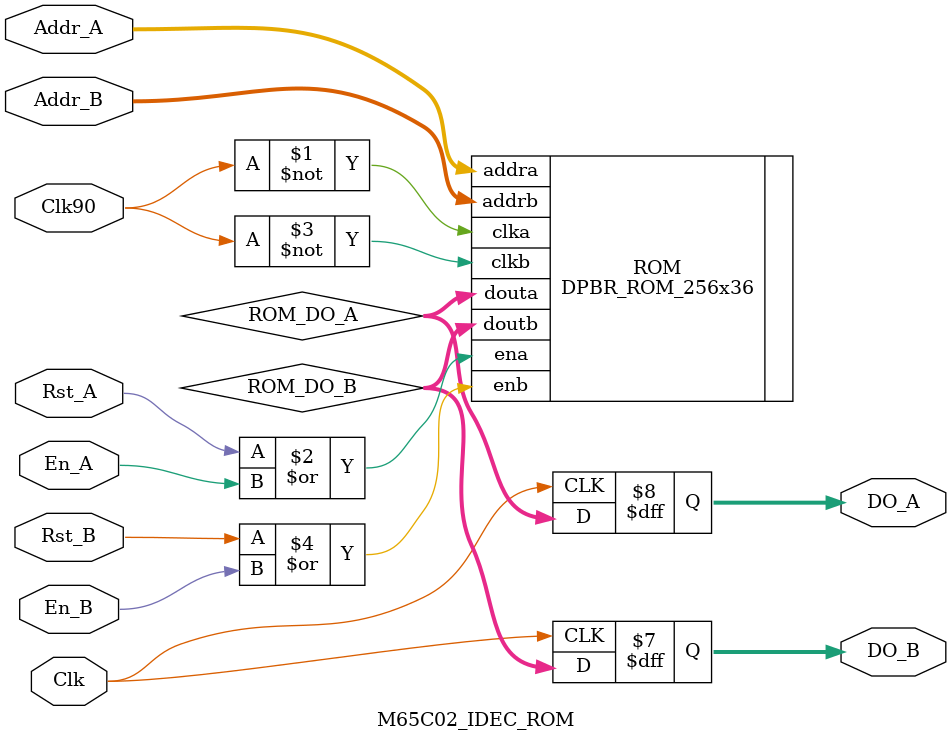
<source format=v>

`timescale 1ns / 1ps


module M65C02_IDEC_ROM #(
    parameter pROM_AddrWidth = 8'd8,
    parameter pROM_Width     = 8'd36,
    parameter pROM_Init      = "Src/M65C02_IDEC_v2.coe"
)(
    input   Clk,
    input   Clk90,
    
    // Core 0 Interface (A Side)
    
    input   Rst_A,
    
    input   En_A,
    input   [(pROM_AddrWidth - 1):0] Addr_A,
    output  reg [(pROM_Width - 1):0] DO_A,

    // Core 1 Interface (B Side)
    
    input   Rst_B,
    
    input   En_B,
    input   [(pROM_AddrWidth - 1):0] Addr_B,
    output  reg [(pROM_Width - 1):0] DO_B
);

////////////////////////////////////////////////////////////////////////////////
//
//  Local Parameters
//

localparam  pROM_Depth = (2**pROM_AddrWidth);

////////////////////////////////////////////////////////////////////////////////
//
//  Implementation
//

`ifdef Sim_ROM

reg     [(pROM_Width - 1):0] ROM [(pROM_Depth - 1):0];
reg     [(pROM_Width - 1):0] ROM_DO_A, ROM_DO_B;

initial
    $readmemb(pROM_Init, ROM, 0, (pROM_Depth - 1));

always @(negedge Clk90)
begin
    if(En_A | Rst_A)                    //  Port A
        ROM_DO_A <= #1 ROM[Addr_A];

    if(En_B | Rst_B)                    //  Port B
        ROM_DO_B <= #1 ROM[Addr_B];
end

`else

wire    [(pROM_Width - 1):0] ROM_DO_A, ROM_DO_B;

DPBR_ROM_256x36 ROM (
                    .clka(~Clk90),

                    .ena(Rst_A | En_A),
                    .addra(Addr_A),             // Bus [ 7:0] 
                    .douta(ROM_DO_A),           // Bus [35:0]
                    
                    .clkb(~Clk90),

                    .enb(Rst_B | En_B),
                    .addrb(Addr_B),             // Bus [ 7:0] 
                    .doutb(ROM_DO_B)            // Bus [35:0]
                );


`endif

always @(posedge Clk) DO_A <= #1 ROM_DO_A;
always @(posedge Clk) DO_B <= #1 ROM_DO_B;

endmodule

</source>
